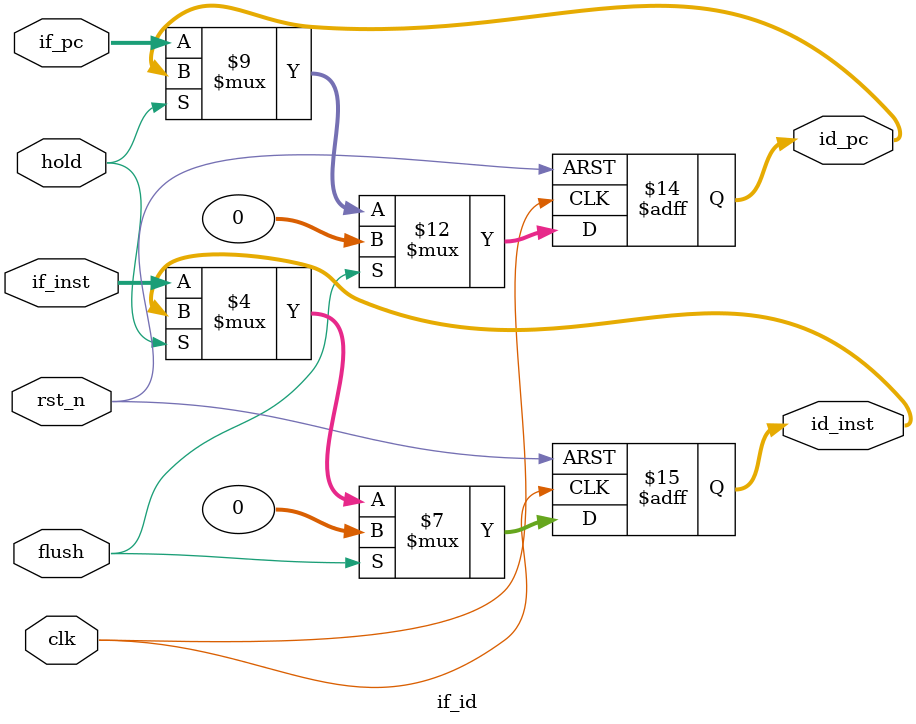
<source format=v>
`timescale 1ns / 1ps

module if_id(
    input  wire        clk,
    input  wire        rst_n,
    input  wire        hold,       // hold current contents when 1
    input  wire        flush,      // asserted on branch/jump
    input  wire [31:0] if_pc,
    input  wire [31:0] if_inst,
    output reg  [31:0] id_pc,
    output reg  [31:0] id_inst
);
    // Hold has priority over normal advance; flush clears the latch.
    always @(posedge clk or negedge rst_n) begin
        if (!rst_n) begin
            id_pc   <= 32'b0;
            id_inst <= 32'b0;
        end else if (flush) begin
            id_pc   <= 32'b0;
            id_inst <= 32'b0;
        end else if (!hold) begin
            id_pc   <= if_pc;
            id_inst <= if_inst;
        end
        // when hold==1, retain previous id_pc/id_inst
    end
endmodule

</source>
